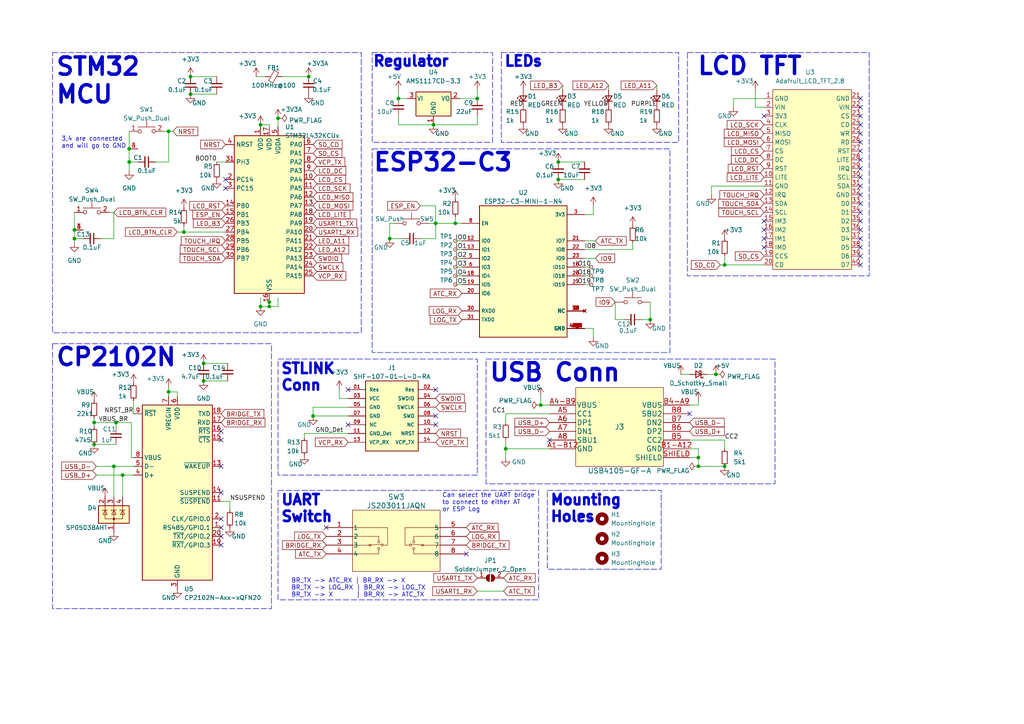
<source format=kicad_sch>
(kicad_sch (version 20230121) (generator eeschema)
  (paper "A4")
  (junction (at 156.845 117.475))
  (junction (at 75.565 36.195))
  (junction (at 80.645 34.29))
  (junction (at 78.105 87.63))
  (junction (at 27.305 128.905))
  (junction (at 202.565 135.255))
  (junction (at 21.59 66.675))
  (junction (at 59.055 105.41))
  (junction (at 126.365 64.77))
  (junction (at 202.565 132.715))
  (junction (at 138.43 28.575))
  (junction (at 59.055 110.49))
  (junction (at 132.08 64.77))
  (junction (at 188.595 92.71))
  (junction (at 33.02 135.255))
  (junction (at 55.245 27.305))
  (junction (at 75.565 88.9))
  (junction (at 161.925 52.07))
  (junction (at 55.245 22.225))
  (junction (at 210.185 135.255))
  (junction (at 21.59 69.215))
  (junction (at 37.465 43.18))
  (junction (at 48.895 38.1))
  (junction (at 161.925 46.99))
  (junction (at 210.185 76.835))
  (junction (at 146.685 130.175))
  (junction (at 115.57 28.575))
  (junction (at 35.56 137.795))
  (junction (at 207.645 108.585))
  (junction (at 48.895 113.665))
  (junction (at 33.655 122.555))
  (junction (at 37.465 46.99))
  (junction (at 89.535 22.225))
  (junction (at 90.805 120.65))
  (junction (at 113.03 69.215))
  (junction (at 125.73 36.195))
  (junction (at 53.34 67.31))
  (junction (at 78.105 88.9))
  (junction (at 27.305 122.555))
  (no_connect (at 100.965 123.19))
  (no_connect (at 64.135 135.255))
  (no_connect (at 249.555 71.755))
  (no_connect (at 249.555 33.655))
  (no_connect (at 249.555 66.675))
  (no_connect (at 249.555 28.575))
  (no_connect (at 221.615 64.135))
  (no_connect (at 94.615 153.035))
  (no_connect (at 64.135 125.095))
  (no_connect (at 249.555 36.195))
  (no_connect (at 249.555 69.215))
  (no_connect (at 100.965 113.03))
  (no_connect (at 249.555 51.435))
  (no_connect (at 64.135 155.575))
  (no_connect (at 64.135 153.035))
  (no_connect (at 135.255 160.655))
  (no_connect (at 159.385 127.635))
  (no_connect (at 249.555 56.515))
  (no_connect (at 64.135 150.495))
  (no_connect (at 249.555 64.135))
  (no_connect (at 249.555 53.975))
  (no_connect (at 221.615 69.215))
  (no_connect (at 200.025 120.015))
  (no_connect (at 64.135 142.875))
  (no_connect (at 249.555 74.295))
  (no_connect (at 249.555 76.835))
  (no_connect (at 249.555 38.735))
  (no_connect (at 64.135 127.635))
  (no_connect (at 221.615 33.655))
  (no_connect (at 221.615 66.675))
  (no_connect (at 249.555 31.115))
  (no_connect (at 249.555 61.595))
  (no_connect (at 249.555 43.815))
  (no_connect (at 249.555 41.275))
  (no_connect (at 126.365 123.19))
  (no_connect (at 221.615 71.755))
  (no_connect (at 249.555 46.355))
  (no_connect (at 64.135 158.115))
  (no_connect (at 249.555 48.895))
  (no_connect (at 65.405 52.07))
  (no_connect (at 65.405 54.61))
  (no_connect (at 126.365 113.03))
  (no_connect (at 249.555 59.055))
  (no_connect (at 126.365 120.65))
  (wire (pts (xy 172.085 95.25) (xy 169.545 95.25)))
  (wire (pts (xy 161.925 52.07) (xy 169.545 52.07)))
  (wire (pts (xy 75.565 36.195) (xy 75.565 36.83)))
  (wire (pts (xy 188.595 87.63) (xy 188.595 92.71)))
  (wire (pts (xy 21.59 69.215) (xy 21.59 70.485)))
  (wire (pts (xy 90.805 120.65) (xy 100.965 120.65)))
  (wire (pts (xy 27.305 121.285) (xy 27.305 122.555)))
  (wire (pts (xy 176.53 24.765) (xy 176.53 26.035)))
  (wire (pts (xy 33.655 122.555) (xy 27.305 122.555)))
  (wire (pts (xy 35.56 137.795) (xy 38.735 137.795)))
  (wire (pts (xy 132.08 82.55) (xy 133.985 82.55)))
  (wire (pts (xy 132.08 72.39) (xy 133.985 72.39)))
  (wire (pts (xy 178.435 87.63) (xy 178.435 92.71)))
  (wire (pts (xy 202.565 116.205) (xy 202.565 117.475)))
  (wire (pts (xy 33.02 61.595) (xy 33.02 69.215)))
  (wire (pts (xy 88.265 125.73) (xy 100.965 125.73)))
  (wire (pts (xy 118.11 28.575) (xy 115.57 28.575)))
  (wire (pts (xy 113.03 69.215) (xy 116.84 69.215)))
  (wire (pts (xy 78.105 87.63) (xy 78.105 88.9)))
  (wire (pts (xy 206.375 53.975) (xy 206.375 56.515)))
  (wire (pts (xy 80.645 34.29) (xy 80.645 36.83)))
  (wire (pts (xy 212.725 28.575) (xy 221.615 28.575)))
  (wire (pts (xy 33.655 122.555) (xy 33.655 123.825)))
  (wire (pts (xy 51.435 67.31) (xy 53.34 67.31)))
  (wire (pts (xy 98.425 113.03) (xy 98.425 115.57)))
  (wire (pts (xy 132.08 69.85) (xy 133.985 69.85)))
  (wire (pts (xy 172.72 74.93) (xy 169.545 74.93)))
  (wire (pts (xy 21.59 69.215) (xy 24.13 69.215)))
  (wire (pts (xy 156.845 114.935) (xy 156.845 117.475)))
  (wire (pts (xy 124.46 64.77) (xy 126.365 64.77)))
  (wire (pts (xy 171.45 82.55) (xy 169.545 82.55)))
  (wire (pts (xy 210.185 76.835) (xy 210.185 74.295)))
  (wire (pts (xy 126.365 64.77) (xy 126.365 69.215)))
  (wire (pts (xy 138.43 26.035) (xy 138.43 28.575)))
  (wire (pts (xy 35.56 137.795) (xy 35.56 144.145)))
  (wire (pts (xy 59.055 110.49) (xy 66.04 110.49)))
  (wire (pts (xy 138.43 33.655) (xy 138.43 36.195)))
  (wire (pts (xy 172.085 97.79) (xy 172.085 95.25)))
  (wire (pts (xy 81.915 22.225) (xy 89.535 22.225)))
  (wire (pts (xy 202.565 130.175) (xy 202.565 132.715)))
  (wire (pts (xy 47.625 38.1) (xy 48.895 38.1)))
  (wire (pts (xy 62.865 46.99) (xy 65.405 46.99)))
  (wire (pts (xy 33.02 135.255) (xy 38.735 135.255)))
  (wire (pts (xy 80.645 86.36) (xy 80.645 88.9)))
  (wire (pts (xy 113.03 64.77) (xy 113.03 69.215)))
  (wire (pts (xy 172.085 59.69) (xy 172.085 62.23)))
  (wire (pts (xy 190.5 24.765) (xy 190.5 26.035)))
  (wire (pts (xy 183.515 70.485) (xy 183.515 72.39)))
  (wire (pts (xy 51.435 113.665) (xy 51.435 114.935)))
  (wire (pts (xy 33.655 122.555) (xy 38.1 122.555)))
  (wire (pts (xy 132.08 64.77) (xy 126.365 64.77)))
  (wire (pts (xy 212.725 31.115) (xy 212.725 28.575)))
  (wire (pts (xy 132.08 77.47) (xy 133.985 77.47)))
  (wire (pts (xy 98.425 115.57) (xy 100.965 115.57)))
  (wire (pts (xy 180.975 92.71) (xy 178.435 92.71)))
  (wire (pts (xy 202.565 132.715) (xy 202.565 135.255)))
  (wire (pts (xy 37.465 38.1) (xy 37.465 43.18)))
  (wire (pts (xy 169.545 72.39) (xy 183.515 72.39)))
  (wire (pts (xy 200.025 127.635) (xy 210.185 127.635)))
  (wire (pts (xy 38.735 116.205) (xy 38.735 120.015)))
  (wire (pts (xy 55.245 22.225) (xy 62.865 22.225)))
  (wire (pts (xy 88.265 127) (xy 88.265 125.73)))
  (wire (pts (xy 80.645 88.9) (xy 78.105 88.9)))
  (wire (pts (xy 90.805 118.11) (xy 100.965 118.11)))
  (wire (pts (xy 74.295 22.225) (xy 76.835 22.225)))
  (wire (pts (xy 114.3 64.77) (xy 113.03 64.77)))
  (wire (pts (xy 38.1 132.715) (xy 38.735 132.715)))
  (wire (pts (xy 38.1 122.555) (xy 38.1 132.715)))
  (wire (pts (xy 121.92 69.215) (xy 126.365 69.215)))
  (wire (pts (xy 115.57 33.655) (xy 115.57 36.195)))
  (wire (pts (xy 78.105 36.195) (xy 75.565 36.195)))
  (wire (pts (xy 78.105 86.36) (xy 78.105 87.63)))
  (wire (pts (xy 210.185 76.835) (xy 221.615 76.835)))
  (wire (pts (xy 205.105 108.585) (xy 207.645 108.585)))
  (wire (pts (xy 37.465 46.99) (xy 40.005 46.99)))
  (wire (pts (xy 186.055 92.71) (xy 188.595 92.71)))
  (wire (pts (xy 132.08 64.77) (xy 133.985 64.77)))
  (wire (pts (xy 161.925 46.99) (xy 169.545 46.99)))
  (wire (pts (xy 48.895 46.99) (xy 48.895 38.1)))
  (wire (pts (xy 221.615 53.975) (xy 206.375 53.975)))
  (wire (pts (xy 138.43 36.195) (xy 125.73 36.195)))
  (wire (pts (xy 27.94 137.795) (xy 35.56 137.795)))
  (wire (pts (xy 55.245 27.305) (xy 62.865 27.305)))
  (wire (pts (xy 115.57 28.575) (xy 115.57 26.035)))
  (wire (pts (xy 208.915 76.835) (xy 210.185 76.835)))
  (wire (pts (xy 59.055 105.41) (xy 66.04 105.41)))
  (wire (pts (xy 126.365 59.69) (xy 126.365 64.77)))
  (wire (pts (xy 163.195 24.765) (xy 163.195 26.035)))
  (wire (pts (xy 146.685 130.175) (xy 146.685 132.715)))
  (wire (pts (xy 172.72 69.85) (xy 169.545 69.85)))
  (wire (pts (xy 202.565 117.475) (xy 200.025 117.475)))
  (wire (pts (xy 202.565 135.255) (xy 210.185 135.255)))
  (wire (pts (xy 138.43 171.45) (xy 146.05 171.45)))
  (wire (pts (xy 37.465 46.99) (xy 37.465 49.53)))
  (wire (pts (xy 31.75 61.595) (xy 33.02 61.595)))
  (wire (pts (xy 48.895 113.665) (xy 51.435 113.665)))
  (wire (pts (xy 29.21 69.215) (xy 33.02 69.215)))
  (wire (pts (xy 146.685 122.555) (xy 146.685 120.015)))
  (wire (pts (xy 202.565 130.175) (xy 200.025 130.175)))
  (wire (pts (xy 66.675 145.415) (xy 64.135 145.415)))
  (wire (pts (xy 66.675 147.955) (xy 66.675 145.415)))
  (wire (pts (xy 78.105 36.195) (xy 78.105 36.83)))
  (wire (pts (xy 197.485 108.585) (xy 200.025 108.585)))
  (wire (pts (xy 132.08 74.93) (xy 133.985 74.93)))
  (wire (pts (xy 37.465 43.18) (xy 37.465 46.99)))
  (wire (pts (xy 146.685 130.175) (xy 159.385 130.175)))
  (wire (pts (xy 132.08 62.865) (xy 132.08 64.77)))
  (wire (pts (xy 21.59 61.595) (xy 21.59 66.675)))
  (wire (pts (xy 172.085 62.23) (xy 169.545 62.23)))
  (wire (pts (xy 48.895 112.395) (xy 48.895 113.665)))
  (wire (pts (xy 48.895 113.665) (xy 48.895 114.935)))
  (wire (pts (xy 219.075 26.035) (xy 219.075 31.115)))
  (wire (pts (xy 21.59 66.675) (xy 21.59 69.215)))
  (wire (pts (xy 146.685 127.635) (xy 146.685 130.175)))
  (wire (pts (xy 200.025 132.715) (xy 202.565 132.715)))
  (wire (pts (xy 115.57 36.195) (xy 125.73 36.195)))
  (wire (pts (xy 75.565 86.36) (xy 75.565 88.9)))
  (wire (pts (xy 45.085 46.99) (xy 48.895 46.99)))
  (wire (pts (xy 146.685 120.015) (xy 159.385 120.015)))
  (wire (pts (xy 156.845 117.475) (xy 159.385 117.475)))
  (wire (pts (xy 27.94 135.255) (xy 33.02 135.255)))
  (wire (pts (xy 78.105 88.9) (xy 75.565 88.9)))
  (wire (pts (xy 126.365 59.69) (xy 121.92 59.69)))
  (wire (pts (xy 171.45 77.47) (xy 169.545 77.47)))
  (wire (pts (xy 27.305 122.555) (xy 27.305 123.825)))
  (wire (pts (xy 210.185 127.635) (xy 210.185 130.175)))
  (wire (pts (xy 132.08 80.01) (xy 133.985 80.01)))
  (wire (pts (xy 33.02 135.255) (xy 33.02 144.145)))
  (wire (pts (xy 48.895 38.1) (xy 50.165 38.1)))
  (wire (pts (xy 53.34 67.31) (xy 65.405 67.31)))
  (wire (pts (xy 219.075 31.115) (xy 221.615 31.115)))
  (wire (pts (xy 27.305 128.905) (xy 33.655 128.905)))
  (wire (pts (xy 53.34 65.405) (xy 53.34 67.31)))
  (wire (pts (xy 171.45 80.01) (xy 169.545 80.01)))
  (wire (pts (xy 133.35 28.575) (xy 138.43 28.575)))
  (wire (pts (xy 90.805 120.65) (xy 90.805 118.11)))
  (rectangle (start 107.95 43.18) (end 194.31 102.235) (stroke (width 0) (type dash)))
  (rectangle (start 80.645 142.24) (end 156.21 173.99) (stroke (width 0) (type dash)))
  (rectangle (start 145.415 15.24) (end 196.85 41.275) (stroke (width 0) (type dash)))
  (rectangle (start 15.24 99.695) (end 78.74 176.53) (stroke (width 0) (type dash)))
  (rectangle (start 199.39 15.24) (end 252.095 80.01) (stroke (width 0) (type dash)))
  (rectangle (start 107.95 15.24) (end 142.875 41.275) (stroke (width 0) (type dash)))
  (rectangle (start 158.75 142.24) (end 191.77 165.1) (stroke (width 0) (type dash)))
  (rectangle (start 15.24 15.24) (end 104.775 96.52) (stroke (width 0) (type dash)))
  (rectangle (start 140.97 104.14) (end 224.79 140.335) (stroke (width 0) (type dash)))
  (rectangle (start 80.645 104.14) (end 138.43 137.795) (stroke (width 0) (type dash)))
  (text "STLINK\nConn" (at 81.28 113.665 0) (effects (font (size 3 3) (thickness 1) bold) (justify left bottom)))
  (text "LEDs" (at 146.05 19.685 0) (effects (font (size 3 3) (thickness 1) bold) (justify left bottom)))
  (text "UART\nSwitch" (at 81.28 151.765 0) (effects (font (size 3 3) (thickness 1) bold) (justify left bottom)))
  (text "STM32\nMCU" (at 15.875 30.48 0) (effects (font (size 5 5) (thickness 1) bold) (justify left bottom)))
  (text "BR_TX -> ATC_RX | BR_RX -> X\nBR_TX -> LOG_RX | BR_RX -> LOG_TX\nBR_TX -> X       | BR_RX -> ATC_TX" (at 84.455 173.355 0) (effects (font (size 1.27 1.27)) (justify left bottom)))
  (text "CP2102N" (at 15.875 106.68 0) (effects (font (size 5 5) (thickness 1) bold) (justify left bottom)))
  (text "Regulator" (at 107.95 19.685 0) (effects (font (size 3 3) (thickness 1) bold) (justify left bottom)))
  (text "ESP32-C3" (at 107.95 50.165 0) (effects (font (size 5 5) (thickness 1) bold) (justify left bottom)))
  (text "LCD TFT" (at 201.93 22.225 0) (effects (font (size 5 5) (thickness 1) bold) (justify left bottom)))
  (text "Can select the UART bridge \nto connect to either AT \nor ESP Log" (at 128.27 148.59 0) (effects (font (size 1.27 1.27)) (justify left bottom)))
  (text "Mounting\nHoles" (at 159.385 151.765 0) (effects (font (size 3 3) (thickness 1) bold) (justify left bottom)))
  (text "USB Conn" (at 141.605 111.125 0) (effects (font (size 5 5) (thickness 1) bold) (justify left bottom)))
  (text "3,4 are connected \nand will go to GND" (at 17.78 43.18 0) (effects (font (size 1.27 1.27)) (justify left bottom)))
  (label "IO2" (at 132.08 74.93 0))
  (label "YELLOW" (at 176.53 31.115 180))
  (label "IO8" (at 169.545 72.39 0))
  (label "NSUSPEND" (at 66.675 145.415 0))
  (label "IO19" (at 171.45 82.55 180))
  (label "GREEN" (at 163.195 31.115 180))
  (label "VBUS_BR" (at 28.575 122.555 0))
  (label "CC2" (at 210.185 127.635 0))
  (label "GND_Det" (at 91.44 125.73 0))
  (label "IO18" (at 171.45 80.01 180))
  (label "PURPLE" (at 190.5 31.115 180))
  (label "IO5" (at 132.08 82.55 0))
  (label "IO0" (at 132.08 69.85 0))
  (label "BOOT0" (at 62.865 46.99 180))
  (label "CC1" (at 146.685 120.015 180))
  (label "IO4" (at 132.08 80.01 0))
  (label "IO10" (at 171.45 77.47 180))
  (label "RED" (at 151.765 31.115 180))
  (label "IO1" (at 132.08 72.39 0))
  (label "IO3" (at 132.08 77.47 0))
  (label "NRST_BR" (at 38.735 120.015 180))
  (global_label "LOG_RX" (shape input) (at 133.985 90.17 180) (property "Intersheetrefs" "${INTERSHEET_REFS}" (effects hide)))
  (global_label "BRIDGE_RX" (shape input) (at 94.615 158.115 180) (property "Intersheetrefs" "${INTERSHEET_REFS}" (effects hide)))
  (global_label "USART1_RX" (shape input) (at 138.43 171.45 180) (property "Intersheetrefs" "${INTERSHEET_REFS}" (effects hide)))
  (global_label "VCP_RX" (shape input) (at 100.965 128.27 180) (property "Intersheetrefs" "${INTERSHEET_REFS}" (effects hide)))
  (global_label "USB_D-" (shape input) (at 27.94 135.255 180) (property "Intersheetrefs" "${INTERSHEET_REFS}" (effects hide)))
  (global_label "LCD_DC" (shape input) (at 221.615 46.355 180) (property "Intersheetrefs" "${INTERSHEET_REFS}" (effects hide)))
  (global_label "LCD_MISO" (shape input) (at 90.805 57.15 0) (property "Intersheetrefs" "${INTERSHEET_REFS}" (effects hide)))
  (global_label "LCD_RST" (shape input) (at 65.405 59.69 180) (property "Intersheetrefs" "${INTERSHEET_REFS}" (effects hide)))
  (global_label "ATC_RX" (shape input) (at 135.255 153.035 0) (property "Intersheetrefs" "${INTERSHEET_REFS}" (effects hide)))
  (global_label "NRST" (shape input) (at 126.365 125.73 0) (property "Intersheetrefs" "${INTERSHEET_REFS}" (effects hide)))
  (global_label "TOUCH_SDA" (shape input) (at 65.405 74.93 180) (property "Intersheetrefs" "${INTERSHEET_REFS}" (effects hide)))
  (global_label "TOUCH_SCL" (shape input) (at 221.615 61.595 180) (property "Intersheetrefs" "${INTERSHEET_REFS}" (effects hide)))
  (global_label "USB_D-" (shape input) (at 159.385 125.095 180) (property "Intersheetrefs" "${INTERSHEET_REFS}" (effects hide)))
  (global_label "LCD_MOSI" (shape input) (at 90.805 59.69 0) (property "Intersheetrefs" "${INTERSHEET_REFS}" (effects hide)))
  (global_label "VCP_TX" (shape input) (at 126.365 128.27 0) (property "Intersheetrefs" "${INTERSHEET_REFS}" (effects hide)))
  (global_label "ESP_EN" (shape input) (at 65.405 62.23 180) (property "Intersheetrefs" "${INTERSHEET_REFS}" (effects hide)))
  (global_label "LCD_SCK" (shape input) (at 90.805 54.61 0) (property "Intersheetrefs" "${INTERSHEET_REFS}" (effects hide)))
  (global_label "IO9" (shape input) (at 172.72 74.93 0) (property "Intersheetrefs" "${INTERSHEET_REFS}" (effects hide)))
  (global_label "SWCLK" (shape input) (at 126.365 118.11 0) (property "Intersheetrefs" "${INTERSHEET_REFS}" (effects hide)))
  (global_label "LCD_MOSI" (shape input) (at 221.615 41.275 180) (property "Intersheetrefs" "${INTERSHEET_REFS}" (effects hide)))
  (global_label "TOUCH_IRQ" (shape input) (at 65.405 69.85 180) (property "Intersheetrefs" "${INTERSHEET_REFS}" (effects hide)))
  (global_label "LED_A11" (shape input) (at 90.805 69.85 0) (property "Intersheetrefs" "${INTERSHEET_REFS}" (effects hide)))
  (global_label "SWDIO" (shape input) (at 90.805 74.93 0) (property "Intersheetrefs" "${INTERSHEET_REFS}" (effects hide)))
  (global_label "TOUCH_SCL" (shape input) (at 65.405 72.39 180) (property "Intersheetrefs" "${INTERSHEET_REFS}" (effects hide)))
  (global_label "SD_CD" (shape input) (at 90.805 41.91 0) (property "Intersheetrefs" "${INTERSHEET_REFS}" (effects hide)))
  (global_label "SD_CS" (shape input) (at 221.615 74.295 180) (property "Intersheetrefs" "${INTERSHEET_REFS}" (effects hide)))
  (global_label "NRST" (shape input) (at 65.405 41.91 180) (property "Intersheetrefs" "${INTERSHEET_REFS}" (effects hide)))
  (global_label "ATC_TX" (shape input) (at 146.05 171.45 0) (property "Intersheetrefs" "${INTERSHEET_REFS}" (effects hide)))
  (global_label "LCD_BTN_CLR" (shape input) (at 33.02 61.595 0) (property "Intersheetrefs" "${INTERSHEET_REFS}" (effects hide)))
  (global_label "LED_A12" (shape input) (at 90.805 72.39 0) (property "Intersheetrefs" "${INTERSHEET_REFS}" (effects hide)))
  (global_label "BRIDGE_RX" (shape input) (at 64.135 122.555 0) (property "Intersheetrefs" "${INTERSHEET_REFS}" (effects hide)))
  (global_label "LOG_TX" (shape input) (at 94.615 155.575 180) (property "Intersheetrefs" "${INTERSHEET_REFS}" (effects hide)))
  (global_label "ATC_TX" (shape input) (at 94.615 160.655 180) (property "Intersheetrefs" "${INTERSHEET_REFS}" (effects hide)))
  (global_label "LOG_RX" (shape input) (at 135.255 155.575 0) (property "Intersheetrefs" "${INTERSHEET_REFS}" (effects hide)))
  (global_label "LCD_CS" (shape input) (at 90.805 52.07 0) (property "Intersheetrefs" "${INTERSHEET_REFS}" (effects hide)))
  (global_label "LCD_LITE" (shape input) (at 221.615 51.435 180) (property "Intersheetrefs" "${INTERSHEET_REFS}" (effects hide)))
  (global_label "VCP_RX" (shape input) (at 90.805 80.01 0) (property "Intersheetrefs" "${INTERSHEET_REFS}" (effects hide)))
  (global_label "USB_D+" (shape input) (at 200.025 125.095 0) (property "Intersheetrefs" "${INTERSHEET_REFS}" (effects hide)))
  (global_label "USART1_TX" (shape input) (at 90.805 64.77 0) (property "Intersheetrefs" "${INTERSHEET_REFS}" (effects hide)))
  (global_label "LCD_DC" (shape input) (at 90.805 49.53 0) (property "Intersheetrefs" "${INTERSHEET_REFS}" (effects hide)))
  (global_label "SD_CS" (shape input) (at 90.805 44.45 0) (property "Intersheetrefs" "${INTERSHEET_REFS}" (effects hide)))
  (global_label "SWDIO" (shape input) (at 126.365 115.57 0) (property "Intersheetrefs" "${INTERSHEET_REFS}" (effects hide)))
  (global_label "LCD_BTN_CLR" (shape input) (at 51.435 67.31 180) (property "Intersheetrefs" "${INTERSHEET_REFS}" (effects hide)))
  (global_label "LED_A11" (shape input) (at 190.5 24.765 180) (property "Intersheetrefs" "${INTERSHEET_REFS}" (effects hide)))
  (global_label "SWCLK" (shape input) (at 90.805 77.47 0) (property "Intersheetrefs" "${INTERSHEET_REFS}" (effects hide)))
  (global_label "LOG_TX" (shape input) (at 133.985 92.71 180) (property "Intersheetrefs" "${INTERSHEET_REFS}" (effects hide)))
  (global_label "USART1_TX" (shape input) (at 138.43 167.64 180) (property "Intersheetrefs" "${INTERSHEET_REFS}" (effects hide)))
  (global_label "ATC_RX" (shape input) (at 146.05 167.64 0) (property "Intersheetrefs" "${INTERSHEET_REFS}" (effects hide)))
  (global_label "LCD_SCK" (shape input) (at 221.615 36.195 180) (property "Intersheetrefs" "${INTERSHEET_REFS}" (effects hide)))
  (global_label "LCD_MISO" (shape input) (at 221.615 38.735 180) (property "Intersheetrefs" "${INTERSHEET_REFS}" (effects hide)))
  (global_label "IO9" (shape input) (at 178.435 87.63 180) (property "Intersheetrefs" "${INTERSHEET_REFS}" (effects hide)))
  (global_label "NRST" (shape input) (at 50.165 38.1 0) (property "Intersheetrefs" "${INTERSHEET_REFS}" (effects hide)))
  (global_label "LED_B3" (shape input) (at 65.405 64.77 180) (property "Intersheetrefs" "${INTERSHEET_REFS}" (effects hide)))
  (global_label "BRIDGE_TX" (shape input) (at 135.255 158.115 0) (property "Intersheetrefs" "${INTERSHEET_REFS}" (effects hide)))
  (global_label "LCD_LITE" (shape input) (at 90.805 62.23 0) (property "Intersheetrefs" "${INTERSHEET_REFS}" (effects hide)))
  (global_label "VCP_TX" (shape input) (at 90.805 46.99 0) (property "Intersheetrefs" "${INTERSHEET_REFS}" (effects hide)))
  (global_label "ATC_TX" (shape input) (at 172.72 69.85 0) (property "Intersheetrefs" "${INTERSHEET_REFS}" (effects hide)))
  (global_label "LED_B3" (shape input) (at 163.195 24.765 180) (property "Intersheetrefs" "${INTERSHEET_REFS}" (effects hide)))
  (global_label "SD_CD" (shape input) (at 208.915 76.835 180) (property "Intersheetrefs" "${INTERSHEET_REFS}" (effects hide)))
  (global_label "USB_D-" (shape input) (at 200.025 122.555 0) (property "Intersheetrefs" "${INTERSHEET_REFS}" (effects hide)))
  (global_label "USART1_RX" (shape input) (at 90.805 67.31 0) (property "Intersheetrefs" "${INTERSHEET_REFS}" (effects hide)))
  (global_label "USB_D+" (shape input) (at 159.385 122.555 180) (property "Intersheetrefs" "${INTERSHEET_REFS}" (effects hide)))
  (global_label "USB_D+" (shape input) (at 27.94 137.795 180) (property "Intersheetrefs" "${INTERSHEET_REFS}" (effects hide)))
  (global_label "LCD_CS" (shape input) (at 221.615 43.815 180) (property "Intersheetrefs" "${INTERSHEET_REFS}" (effects hide)))
  (global_label "ESP_EN" (shape input) (at 121.92 59.69 180) (property "Intersheetrefs" "${INTERSHEET_REFS}" (effects hide)))
  (global_label "TOUCH_IRQ" (shape input) (at 221.615 56.515 180) (property "Intersheetrefs" "${INTERSHEET_REFS}" (effects hide)))
  (global_label "TOUCH_SDA" (shape input) (at 221.615 59.055 180) (property "Intersheetrefs" "${INTERSHEET_REFS}" (effects hide)))
  (global_label "LCD_RST" (shape input) (at 221.615 48.895 180) (property "Intersheetrefs" "${INTERSHEET_REFS}" (effects hide)))
  (global_label "LED_A12" (shape input) (at 176.53 24.765 180) (property "Intersheetrefs" "${INTERSHEET_REFS}" (effects hide)))
  (global_label "BRIDGE_TX" (shape input) (at 64.135 120.015 0) (property "Intersheetrefs" "${INTERSHEET_REFS}" (effects hide)))
  (global_label "ATC_RX" (shape input) (at 133.985 85.09 180) (property "Intersheetrefs" "${INTERSHEET_REFS}" (effects hide)))
  (symbol (lib_id "Mechanical:MountingHole") (at 174.625 161.925 0) (unit 1)
    (property "Reference" "H3" (at 177.165 160.6549 0) (effects (justify left)))
    (property "Value" "MountingHole" (at 177.165 163.1949 0) (effects (justify left)))
    (property "Footprint" "MountingHole:MountingHole_2.2mm_M2" (effects hide))
  )
  (symbol (lib_id "Device:C_Small") (at 59.055 107.95 180) (unit 1)
    (property "Reference" "C10" (at 56.515 106.68 0))
    (property "Value" "4.7uF" (at 55.245 109.22 0))
    (property "Footprint" "Capacitor_SMD:C_0603_1608Metric" (effects hide))
  )
  (symbol (lib_id "JPW_Symbols:USB4105-GF-A") (at 179.705 123.825 0) (unit 1)
    (property "Reference" "J3" (at 179.705 123.825 0) (effects (font (size 1.524 1.524))))
    (property "Value" "USB4105-GF-A" (at 179.705 136.525 0) (effects (font (size 1.524 1.524))))
    (property "Footprint" "MyConnectors:GCT_USB4105-GF-A" (effects hide))
  )
  (symbol (lib_id "Connector:TestPoint_Small") (at 132.08 77.47 0) (unit 1)
    (property "Reference" "TP4" (at 127.635 76.2 0) (effects (justify left)))
    (property "Value" "TP" (effects hide))
    (property "Footprint" "TestPoint:TestPoint_Pad_D1.0mm" (effects hide))
  )
  (symbol (lib_id "power:GND") (at 176.53 36.195 0) (unit 1)
    (property "Reference" "#PWR024" (effects hide))
    (property "Value" "GND" (at 179.07 38.735 0))
  )
  (symbol (lib_id "power:+3V3") (at 74.295 22.225 0) (unit 1)
    (property "Reference" "#PWR0118" (effects hide))
    (property "Value" "+3V3" (at 71.755 18.415 0))
  )
  (symbol (lib_id "power:GND") (at 210.185 135.255 0) (unit 1)
    (property "Reference" "#PWR0130" (effects hide))
    (property "Value" "GND" (at 212.725 137.795 0))
  )
  (symbol (lib_id "Device:R_Small") (at 146.685 125.095 0) (unit 1)
    (property "Reference" "R3" (at 142.875 123.825 0) (effects (justify left)))
    (property "Value" "5k1" (at 141.605 126.365 0) (effects (justify left)))
    (property "Footprint" "Resistor_SMD:R_0603_1608Metric" (effects hide))
  )
  (symbol (lib_id "power:GND") (at 188.595 92.71 0) (unit 1)
    (property "Reference" "#PWR017" (effects hide))
    (property "Value" "GND" (at 191.135 95.25 0))
  )
  (symbol (lib_id "power:GND") (at 161.925 52.07 0) (unit 1)
    (property "Reference" "#PWR0125" (effects hide))
    (property "Value" "GND" (at 164.465 54.61 0))
  )
  (symbol (lib_id "power:GND") (at 190.5 36.195 0) (unit 1)
    (property "Reference" "#PWR025" (effects hide))
    (property "Value" "GND" (at 193.04 38.735 0))
  )
  (symbol (lib_id "power:+3V3") (at 75.565 36.195 0) (unit 1)
    (property "Reference" "#PWR0106" (effects hide))
    (property "Value" "+3V3" (at 71.755 33.655 0))
  )
  (symbol (lib_id "Device:LED_Small") (at 163.195 28.575 90) (unit 1)
    (property "Reference" "D3" (at 164.465 27.94 90) (effects (justify right)))
    (property "Value" "RED" (at 164.465 30.48 90) (effects (justify right)))
    (property "Footprint" "LED_THT:LED_D5.0mm_Horizontal_O1.27mm_Z3.0mm" (effects hide))
  )
  (symbol (lib_id "power:GND") (at 75.565 88.9 0) (unit 1)
    (property "Reference" "#PWR0105" (effects hide))
    (property "Value" "GND" (at 75.565 93.98 0))
  )
  (symbol (lib_id "Device:R_Small") (at 53.34 62.865 0) (unit 1)
    (property "Reference" "R14" (at 48.895 61.595 0) (effects (justify left)))
    (property "Value" "5k" (at 50.165 64.135 0) (effects (justify left)))
    (property "Footprint" "Resistor_SMD:R_0603_1608Metric" (effects hide))
  )
  (symbol (lib_id "Switch:SW_Push_34_GND") (at 26.67 61.595 0) (unit 1)
    (property "Reference" "SW4" (at 26.67 55.245 0))
    (property "Value" "SW_Push_Dual" (at 26.67 57.785 0))
    (property "Footprint" "JPW_Footprints:Switch_1825027-5" (effects hide))
  )
  (symbol (lib_id "Device:R_Small") (at 210.185 132.715 0) (unit 1)
    (property "Reference" "R4" (at 212.725 131.4449 0) (effects (justify left)))
    (property "Value" "5k1" (at 212.725 133.9849 0) (effects (justify left)))
    (property "Footprint" "Resistor_SMD:R_0603_1608Metric" (effects hide))
  )
  (symbol (lib_id "Device:C_Small") (at 26.67 69.215 270) (unit 1)
    (property "Reference" "C13" (at 24.13 67.945 90))
    (property "Value" "0.1uF" (at 26.67 71.755 90))
    (property "Footprint" "Capacitor_SMD:C_0603_1608Metric" (effects hide))
  )
  (symbol (lib_id "My_Power:+3V3A") (at 89.535 22.225 0) (unit 1)
    (property "Reference" "#PWR0117" (effects hide))
    (property "Value" "+3V3A" (at 92.075 18.415 0))
  )
  (symbol (lib_id "power:VBUS") (at 156.845 114.935 0) (unit 1)
    (property "Reference" "#PWR0132" (effects hide))
    (property "Value" "VBUS" (at 154.305 112.395 0))
  )
  (symbol (lib_id "Device:FerriteBead_Small") (at 79.375 22.225 90) (unit 1)
    (property "Reference" "FB1" (at 79.375 19.685 90))
    (property "Value" "100MHz@100" (at 79.375 24.765 90))
    (property "Footprint" "Capacitor_SMD:C_0603_1608Metric" (effects hide))
  )
  (symbol (lib_id "Switch:JS203011JAQN") (at 114.935 156.845 0) (unit 1)
    (property "Reference" "SW3" (at 114.935 144.145 0) (effects (font (size 1.524 1.524))))
    (property "Value" "JS203011JAQN" (at 114.935 146.685 0) (effects (font (size 1.524 1.524))))
    (property "Footprint" "JPW_Footprints:SW8_JS203011JAQN_CNK" (effects hide))
    (property "Datasheet" "JS203011JAQN" (effects hide))
  )
  (symbol (lib_id "power:GND") (at 62.865 52.07 0) (unit 1)
    (property "Reference" "#PWR01" (effects hide))
    (property "Value" "GND" (at 60.325 54.61 0))
  )
  (symbol (lib_id "power:+5V") (at 207.645 108.585 0) (unit 1)
    (property "Reference" "#PWR012" (effects hide))
    (property "Value" "+5V" (at 209.55 106.045 0))
  )
  (symbol (lib_id "Jumper:SolderJumper_2_Open") (at 142.24 167.64 0) (unit 1)
    (property "Reference" "JP1" (at 142.24 162.56 0))
    (property "Value" "SolderJumper_2_Open" (at 142.24 165.1 0))
    (property "Footprint" "Connector_PinHeader_2.54mm:PinHeader_1x02_P2.54mm_Vertical" (effects hide))
  )
  (symbol (lib_id "power:PWR_FLAG") (at 80.645 34.29 270) (unit 1)
    (property "Reference" "#FLG04" (effects hide))
    (property "Value" "PWR_FLAG" (at 83.82 34.925 90) (effects (justify left)))
  )
  (symbol (lib_id "power:VBUS") (at 30.48 144.145 0) (unit 1)
    (property "Reference" "#PWR023" (effects hide))
    (property "Value" "VBUS" (at 27.94 141.605 0))
  )
  (symbol (lib_id "power:GND") (at 66.675 153.035 0) (unit 1)
    (property "Reference" "#PWR08" (effects hide))
    (property "Value" "GND" (at 69.215 155.575 0))
  )
  (symbol (lib_id "power:+3V3") (at 55.245 22.225 0) (unit 1)
    (property "Reference" "#PWR0114" (effects hide))
    (property "Value" "+3V3" (at 55.245 17.145 0))
  )
  (symbol (lib_id "Connector:TestPoint_Small") (at 132.08 69.85 0) (unit 1)
    (property "Reference" "TP1" (at 127.635 68.58 0) (effects (justify left)))
    (property "Value" "TP" (effects hide))
    (property "Footprint" "TestPoint:TestPoint_Pad_D1.0mm" (effects hide))
  )
  (symbol (lib_id "power:PWR_FLAG") (at 202.565 135.255 90) (unit 1)
    (property "Reference" "#FLG03" (effects hide))
    (property "Value" "PWR_FLAG" (at 200.025 136.525 90) (effects (justify left)))
  )
  (symbol (lib_id "power:VBUS") (at 27.305 116.205 0) (unit 1)
    (property "Reference" "#PWR010" (effects hide))
    (property "Value" "VBUS" (at 24.765 113.665 0))
  )
  (symbol (lib_id "Power_Protection:SP0503BAHT") (at 33.02 149.225 0) (unit 1)
    (property "Reference" "D4" (at 25.4 147.32 0) (effects (justify left)))
    (property "Value" "SP0503BAHT" (at 19.05 153.035 0) (effects (justify left)))
    (property "Footprint" "Package_TO_SOT_SMD:SOT-143" (effects hide))
    (property "Datasheet" "http://www.littelfuse.com/~/media/files/littelfuse/technical%20resources/documents/data%20sheets/sp05xxba.pdf" (effects hide))
  )
  (symbol (lib_id "power:GND") (at 89.535 27.305 0) (unit 1)
    (property "Reference" "#PWR0116" (effects hide))
    (property "Value" "GND" (at 92.075 29.845 0))
  )
  (symbol (lib_id "Device:C_Small") (at 66.04 107.95 180) (unit 1)
    (property "Reference" "C14" (at 63.5 106.68 0))
    (property "Value" "0.1uF" (at 62.23 109.22 0))
    (property "Footprint" "Capacitor_SMD:C_0603_1608Metric" (effects hide))
  )
  (symbol (lib_id "Device:R_Small") (at 62.865 49.53 0) (unit 1)
    (property "Reference" "R5" (at 59.055 48.26 0) (effects (justify left)))
    (property "Value" "10k" (at 57.785 50.8 0) (effects (justify left)))
    (property "Footprint" "Resistor_SMD:R_0603_1608Metric" (effects hide))
  )
  (symbol (lib_id "Device:C_Small") (at 161.925 49.53 180) (unit 1)
    (property "Reference" "C6" (at 159.385 48.26 0))
    (property "Value" "0.1uF" (at 158.115 50.8 0))
    (property "Footprint" "Capacitor_SMD:C_0603_1608Metric" (effects hide))
  )
  (symbol (lib_id "Device:R_Small") (at 210.185 71.755 0) (unit 1)
    (property "Reference" "R1" (at 206.375 70.485 0) (effects (justify left)))
    (property "Value" "10k" (at 205.105 73.025 0) (effects (justify left)))
    (property "Footprint" "Resistor_SMD:R_0603_1608Metric" (effects hide))
  )
  (symbol (lib_id "Device:R_Small") (at 38.735 113.665 0) (unit 1)
    (property "Reference" "R12" (at 34.29 112.395 0) (effects (justify left)))
    (property "Value" "1k" (at 34.29 114.935 0) (effects (justify left)))
    (property "Footprint" "Resistor_SMD:R_0603_1608Metric" (effects hide))
  )
  (symbol (lib_id "JPW_Symbols:ESP32-C3-MINI-1") (at 151.765 78.74 0) (unit 1)
    (property "Reference" "U2" (at 151.765 55.88 0))
    (property "Value" "ESP32-C3-MINI-1-N4" (at 151.765 58.42 0))
    (property "Footprint" "JPW_Footprints:XCVR_ESP32-C3-MINI-1-N4" (effects hide))
    (property "MANUFACTURER" "Espressif Systems" (effects hide))
    (property "STANDARD" "Manufacturer Recommendations" (effects hide))
    (property "MAXIMUM_PACKAGE_HEIGHT" "2.55mm" (effects hide))
    (property "PARTREV" "v1.0" (effects hide))
  )
  (symbol (lib_id "power:GND") (at 51.435 170.815 0) (unit 1)
    (property "Reference" "#PWR09" (effects hide))
    (property "Value" "GND" (at 48.895 173.355 0))
  )
  (symbol (lib_id "Device:D_Schottky_Small") (at 202.565 108.585 180) (unit 1)
    (property "Reference" "D2" (at 202.565 106.045 0))
    (property "Value" "D_Schottky_Small" (at 202.565 111.125 0))
    (property "Footprint" "Diode_SMD:D_0603_1608Metric" (effects hide))
  )
  (symbol (lib_id "Device:C_Small") (at 89.535 24.765 180) (unit 1)
    (property "Reference" "C4" (at 92.075 23.495 0))
    (property "Value" "0.1uF" (at 93.345 26.035 0))
    (property "Footprint" "Capacitor_SMD:C_0603_1608Metric" (effects hide))
  )
  (symbol (lib_id "Connector:TestPoint_Small") (at 171.45 80.01 180) (unit 1)
    (property "Reference" "TP8" (at 175.26 81.28 0) (effects (justify left)))
    (property "Value" "TP" (effects hide))
    (property "Footprint" "TestPoint:TestPoint_Pad_D1.0mm" (effects hide))
  )
  (symbol (lib_id "power:+3V3") (at 138.43 26.035 0) (unit 1)
    (property "Reference" "#PWR0108" (effects hide))
    (property "Value" "+3V3" (at 138.43 22.225 0))
  )
  (symbol (lib_id "power:+3V3") (at 161.925 46.99 0) (unit 1)
    (property "Reference" "#PWR0126" (effects hide))
    (property "Value" "+3V3" (at 158.75 44.45 0))
  )
  (symbol (lib_id "power:GND") (at 151.765 36.195 0) (unit 1)
    (property "Reference" "#PWR020" (effects hide))
    (property "Value" "GND" (at 154.305 38.735 0))
  )
  (symbol (lib_id "My_Power:+3V3A") (at 80.645 34.29 0) (unit 1)
    (property "Reference" "#PWR0133" (effects hide))
    (property "Value" "+3V3A" (at 84.455 31.75 0))
  )
  (symbol (lib_id "power:+3V3") (at 172.085 59.69 0) (unit 1)
    (property "Reference" "#PWR0101" (effects hide))
    (property "Value" "+3V3" (at 172.085 54.61 0))
  )
  (symbol (lib_id "Device:C_Small") (at 33.655 126.365 180) (unit 1)
    (property "Reference" "C11" (at 31.75 124.46 0))
    (property "Value" "1uF" (at 31.115 127.635 0))
    (property "Footprint" "Capacitor_SMD:C_0603_1608Metric" (effects hide))
  )
  (symbol (lib_id "Switch:SW_Push") (at 183.515 87.63 0) (unit 1)
    (property "Reference" "SW2" (at 183.515 81.28 0))
    (property "Value" "SW_Push_Dual" (at 183.515 83.82 0))
    (property "Footprint" "Button_Switch_SMD:SW_SPST_B3U-1000P" (effects hide))
  )
  (symbol (lib_id "power:GND") (at 21.59 70.485 0) (unit 1)
    (property "Reference" "#PWR018" (effects hide))
    (property "Value" "GND" (at 21.59 75.565 0))
  )
  (symbol (lib_id "Device:R_Small") (at 27.305 126.365 0) (unit 1)
    (property "Reference" "R10" (at 22.86 125.095 0) (effects (justify left)))
    (property "Value" "47k5" (at 21.59 127.635 0) (effects (justify left)))
    (property "Footprint" "Resistor_SMD:R_0603_1608Metric" (effects hide))
  )
  (symbol (lib_id "power:+3V3") (at 183.515 65.405 0) (unit 1)
    (property "Reference" "#PWR03" (effects hide))
    (property "Value" "+3V3" (at 183.515 60.325 0))
  )
  (symbol (lib_id "power:+3V3") (at 98.425 113.03 0) (unit 1)
    (property "Reference" "#PWR014" (effects hide))
    (property "Value" "+3V3" (at 98.425 107.95 0))
  )
  (symbol (lib_id "power:+3V3") (at 48.895 112.395 0) (unit 1)
    (property "Reference" "#PWR04" (effects hide))
    (property "Value" "+3V3" (at 45.085 109.855 0))
  )
  (symbol (lib_id "Device:LED_Small") (at 151.765 28.575 90) (unit 1)
    (property "Reference" "D1" (at 153.035 27.94 90) (effects (justify right)))
    (property "Value" "RED" (at 153.035 30.48 90) (effects (justify right)))
    (property "Footprint" "LED_THT:LED_D5.0mm_Horizontal_O1.27mm_Z3.0mm" (effects hide))
  )
  (symbol (lib_id "power:GND") (at 90.805 120.65 0) (unit 1)
    (property "Reference" "#PWR015" (effects hide))
    (property "Value" "GND" (at 88.265 123.19 0))
  )
  (symbol (lib_id "power:GND") (at 59.055 110.49 0) (unit 1)
    (property "Reference" "#PWR06" (effects hide))
    (property "Value" "GND" (at 59.055 115.57 0))
  )
  (symbol (lib_id "Device:C_Small") (at 119.38 69.215 270) (unit 1)
    (property "Reference" "C5" (at 117.475 70.485 90))
    (property "Value" "1uF" (at 121.92 70.485 90))
    (property "Footprint" "Capacitor_SMD:C_0603_1608Metric" (effects hide))
  )
  (symbol (lib_id "Connector:TestPoint_Small") (at 171.45 77.47 180) (unit 1)
    (property "Reference" "TP9" (at 175.26 78.74 0) (effects (justify left)))
    (property "Value" "TP" (effects hide))
    (property "Footprint" "TestPoint:TestPoint_Pad_D1.0mm" (effects hide))
  )
  (symbol (lib_id "Regulator_Linear:AMS1117CD-3.3") (at 125.73 28.575 0) (unit 1)
    (property "Reference" "U4" (at 125.73 20.955 0))
    (property "Value" "AMS1117CD-3.3" (at 125.73 23.495 0))
    (property "Footprint" "Package_TO_SOT_SMD:TO-252-2" (effects hide))
    (property "Datasheet" "http://www.advanced-monolithic.com/pdf/ds1117.pdf" (effects hide))
  )
  (symbol (lib_id "Switch:SW_Push_34_GND") (at 42.545 38.1 0) (unit 1)
    (property "Reference" "SW1" (at 42.545 31.75 0))
    (property "Value" "SW_Push_Dual" (at 42.545 34.29 0))
    (property "Footprint" "JPW_Footprints:Switch_1825027-5" (effects hide))
  )
  (symbol (lib_id "power:VBUS") (at 197.485 108.585 0) (unit 1)
    (property "Reference" "#PWR011" (effects hide))
    (property "Value" "VBUS" (at 194.945 106.045 0))
  )
  (symbol (lib_id "Switch:SW_Push") (at 119.38 64.77 0) (unit 1)
    (property "Reference" "SW5" (at 123.825 63.5 0))
    (property "Value" "SW_Push" (at 113.03 63.5 0))
    (property "Footprint" "Button_Switch_SMD:SW_SPST_B3U-1000P" (effects hide))
  )
  (symbol (lib_id "Device:C_Small") (at 42.545 46.99 270) (unit 1)
    (property "Reference" "C1" (at 40.005 45.72 90))
    (property "Value" "0.1uF" (at 42.545 49.53 90))
    (property "Footprint" "Capacitor_SMD:C_0603_1608Metric" (effects hide))
  )
  (symbol (lib_id "power:+3V3") (at 151.765 26.035 0) (unit 1)
    (property "Reference" "#PWR021" (effects hide))
    (property "Value" "+3V3" (at 151.765 22.225 0))
  )
  (symbol (lib_id "Connector:TestPoint_Small") (at 171.45 82.55 180) (unit 1)
    (property "Reference" "TP7" (at 175.26 83.82 0) (effects (justify left)))
    (property "Value" "TP" (effects hide))
    (property "Footprint" "TestPoint:TestPoint_Pad_D1.0mm" (effects hide))
  )
  (symbol (lib_id "Device:R_Small") (at 66.675 150.495 0) (unit 1)
    (property "Reference" "R8" (at 67.945 149.225 0) (effects (justify left)))
    (property "Value" "10k" (at 67.945 151.765 0) (effects (justify left)))
    (property "Footprint" "Resistor_SMD:R_0603_1608Metric" (effects hide))
  )
  (symbol (lib_id "Connector:TestPoint_Small") (at 132.08 82.55 0) (unit 1)
    (property "Reference" "TP6" (at 127.635 81.28 0) (effects (justify left)))
    (property "Value" "TP" (effects hide))
    (property "Footprint" "TestPoint:TestPoint_Pad_D1.0mm" (effects hide))
  )
  (symbol (lib_id "power:PWR_FLAG") (at 156.845 117.475 90) (unit 1)
    (property "Reference" "#FLG02" (effects hide))
    (property "Value" "PWR_FLAG" (at 154.305 116.205 90) (effects (justify left)))
  )
  (symbol (lib_id "power:+5V") (at 115.57 26.035 0) (unit 1)
    (property "Reference" "#PWR0127" (effects hide))
    (property "Value" "+5V" (at 114.3 22.225 0))
  )
  (symbol (lib_id "power:GND") (at 27.305 128.905 0) (unit 1)
    (property "Reference" "#PWR013" (effects hide))
    (property "Value" "GND" (at 24.765 131.445 0))
  )
  (symbol (lib_id "Device:C_Small") (at 169.545 49.53 180) (unit 1)
    (property "Reference" "C7" (at 167.005 48.26 0))
    (property "Value" "10uF" (at 165.735 50.8 0))
    (property "Footprint" "Capacitor_SMD:C_0603_1608Metric" (effects hide))
  )
  (symbol (lib_id "Device:R_Small") (at 132.08 60.325 0) (unit 1)
    (property "Reference" "R2" (at 128.27 59.055 0) (effects (justify left)))
    (property "Value" "10k" (at 127 61.595 0) (effects (justify left)))
    (property "Footprint" "Resistor_SMD:R_0603_1608Metric" (effects hide))
  )
  (symbol (lib_id "Connector:TestPoint_Small") (at 132.08 74.93 0) (unit 1)
    (property "Reference" "TP3" (at 127.635 73.66 0) (effects (justify left)))
    (property "Value" "TP" (effects hide))
    (property "Footprint" "TestPoint:TestPoint_Pad_D1.0mm" (effects hide))
  )
  (symbol (lib_id "Device:C_Small") (at 138.43 31.115 180) (unit 1)
    (property "Reference" "C9" (at 135.89 29.845 0))
    (property "Value" "22uF" (at 134.62 32.385 0))
    (property "Footprint" "Capacitor_SMD:C_0603_1608Metric" (effects hide))
  )
  (symbol (lib_id "power:GND") (at 55.245 27.305 0) (unit 1)
    (property "Reference" "#PWR0115" (effects hide))
    (property "Value" "GND" (at 57.785 29.845 0))
  )
  (symbol (lib_id "Mechanical:MountingHole") (at 174.625 150.495 0) (unit 1)
    (property "Reference" "H1" (at 177.165 149.2249 0) (effects (justify left)))
    (property "Value" "MountingHole" (at 177.165 151.7649 0) (effects (justify left)))
    (property "Footprint" "MountingHole:MountingHole_2.2mm_M2" (effects hide))
  )
  (symbol (lib_id "power:+3V3") (at 53.34 60.325 0) (unit 1)
    (property "Reference" "#PWR019" (effects hide))
    (property "Value" "+3V3" (at 53.34 55.245 0))
  )
  (symbol (lib_id "Device:R_Small") (at 151.765 33.655 0) (unit 1)
    (property "Reference" "R15" (at 146.685 32.385 0) (effects (justify left)))
    (property "Value" "1k" (at 146.685 34.925 0) (effects (justify left)))
    (property "Footprint" "Resistor_SMD:R_0603_1608Metric" (effects hide))
  )
  (symbol (lib_id "power:+3V3") (at 219.075 26.035 0) (unit 1)
    (property "Reference" "#PWR02" (effects hide))
    (property "Value" "+3V3" (at 215.9 23.495 0))
  )
  (symbol (lib_id "Device:C_Small") (at 183.515 92.71 270) (unit 1)
    (property "Reference" "C12" (at 180.975 93.98 90))
    (property "Value" "0.1uF" (at 182.245 95.885 90))
    (property "Footprint" "Capacitor_SMD:C_0603_1608Metric" (effects hide))
  )
  (symbol (lib_id "power:GND") (at 212.725 31.115 0) (unit 1)
    (property "Reference" "#PWR0102" (effects hide))
    (property "Value" "GND" (at 210.185 33.655 0))
  )
  (symbol (lib_id "Device:C_Small") (at 115.57 31.115 180) (unit 1)
    (property "Reference" "C8" (at 113.03 29.845 0))
    (property "Value" "10uF" (at 111.76 32.385 0))
    (property "Footprint" "Capacitor_SMD:C_0603_1608Metric" (effects hide))
  )
  (symbol (lib_id "power:GND") (at 125.73 36.195 0) (unit 1)
    (property "Reference" "#PWR0110" (effects hide))
    (property "Value" "GND" (at 128.27 38.735 0))
  )
  (symbol (lib_id "power:GND") (at 37.465 49.53 0) (unit 1)
    (property "Reference" "#PWR0107" (effects hide))
    (property "Value" "GND" (at 37.465 54.61 0))
  )
  (symbol (lib_id "Connector:TestPoint_Small") (at 132.08 80.01 0) (unit 1)
    (property "Reference" "TP5" (at 127.635 78.74 0) (effects (justify left)))
    (property "Value" "TP" (effects hide))
    (property "Footprint" "TestPoint:TestPoint_Pad_D1.0mm" (effects hide))
  )
  (symbol (lib_id "power:GND") (at 146.685 132.715 0) (unit 1)
    (property "Reference" "#PWR0131" (effects hide))
    (property "Value" "GND" (at 150.495 133.985 0))
  )
  (symbol (lib_id "Device:LED_Small") (at 176.53 28.575 90) (unit 1)
    (property "Reference" "D5" (at 177.8 27.94 90) (effects (justify right)))
    (property "Value" "RED" (at 177.8 30.48 90) (effects (justify right)))
    (property "Footprint" "LED_THT:LED_D5.0mm_Horizontal_O1.27mm_Z3.0mm" (effects hide))
  )
  (symbol (lib_id "power:GND") (at 163.195 36.195 0) (unit 1)
    (property "Reference" "#PWR022" (effects hide))
    (property "Value" "GND" (at 165.735 38.735 0))
  )
  (symbol (lib_id "power:GND") (at 172.085 97.79 0) (unit 1)
    (property "Reference" "#PWR0103" (effects hide))
    (property "Value" "GND" (at 174.625 100.33 0))
  )
  (symbol (lib_id "Mechanical:MountingHole") (at 174.625 156.21 0) (unit 1)
    (property "Reference" "H2" (at 177.165 154.9399 0) (effects (justify left)))
    (property "Value" "MountingHole" (at 177.165 157.4799 0) (effects (justify left)))
    (property "Footprint" "MountingHole:MountingHole_2.2mm_M2" (effects hide))
  )
  (symbol (lib_id "power:+3V3") (at 210.185 69.215 0) (unit 1)
    (property "Reference" "#PWR0113" (effects hide))
    (property "Value" "+3V3" (at 212.725 66.675 0))
  )
  (symbol (lib_id "power:+3V3") (at 38.735 111.125 0) (unit 1)
    (property "Reference" "#PWR07" (effects hide))
    (property "Value" "+3V3" (at 34.925 108.585 0))
  )
  (symbol (lib_id "Device:R_Small") (at 183.515 67.945 0) (unit 1)
    (property "Reference" "R6" (at 184.15 66.675 0) (effects (justify left)))
    (property "Value" "10k" (at 184.15 69.215 0) (effects (justify left)))
    (property "Footprint" "Resistor_SMD:R_0603_1608Metric" (effects hide))
  )
  (symbol (lib_id "Device:R_Small") (at 176.53 33.655 0) (unit 1)
    (property "Reference" "R18" (at 171.45 32.385 0) (effects (justify left)))
    (property "Value" "1k" (at 171.45 34.925 0) (effects (justify left)))
    (property "Footprint" "Resistor_SMD:R_0603_1608Metric" (effects hide))
  )
  (symbol (lib_id "power:PWR_FLAG") (at 207.645 108.585 270) (unit 1)
    (property "Reference" "#FLG01" (effects hide))
    (property "Value" "PWR_FLAG" (at 210.82 109.22 90) (effects (justify left)))
  )
  (symbol (lib_id "JPW_Symbols:Adafruit_LCD_TFT_2.8") (at 235.585 52.705 0) (unit 1)
    (property "Reference" "U3" (at 234.95 20.955 0))
    (property "Value" "Adafruit_LCD_TFT_2.8" (at 234.95 23.495 0))
    (property "Footprint" "JPW_Footprints:Adafruit_LCD_TFT_2.8" (effects hide))
  )
  (symbol (lib_id "Connector:SHF-107-01-L-D-RA") (at 113.665 120.65 0) (unit 1)
    (property "Reference" "J1" (at 113.665 106.68 0))
    (property "Value" "SHF-107-01-L-D-RA" (at 113.665 109.22 0))
    (property "Footprint" "JPW_Footprints:SAMTEC_SHF-107-01-L-D-RA" (effects hide))
    (property "MANUFACTURER" "Samtec" (effects hide))
  )
  (symbol (lib_id "power:GND") (at 33.02 154.305 0) (unit 1)
    (property "Reference" "#PWR026" (effects hide))
    (property "Value" "GND" (at 30.48 156.845 0))
  )
  (symbol (lib_id "Interface_USB:CP2102N-Axx-xQFN20") (at 51.435 142.875 0) (unit 1)
    (property "Reference" "U5" (at 53.3909 170.815 0) (effects (justify left)))
    (property "Value" "CP2102N-Axx-xQFN20" (at 53.3909 173.355 0) (effects (justify left)))
    (property "Footprint" "Package_DFN_QFN:SiliconLabs_QFN-20-1EP_3x3mm_P0.5mm_EP1.8x1.8mm" (effects hide))
    (property "Datasheet" "https://www.silabs.com/documents/public/data-sheets/cp2102n-datasheet.pdf" (effects hide))
  )
  (symbol (lib_id "Device:C_Small") (at 62.865 24.765 180) (unit 1)
    (property "Reference" "C3" (at 60.325 23.495 0))
    (property "Value" "0.1uF" (at 59.055 26.035 0))
    (property "Footprint" "Capacitor_SMD:C_0603_1608Metric" (effects hide))
  )
  (symbol (lib_id "power:+3V3") (at 132.08 57.785 0) (unit 1)
    (property "Reference" "#PWR0128" (effects hide))
    (property "Value" "+3V3" (at 129.54 55.245 0))
  )
  (symbol (lib_id "power:GND") (at 88.265 132.08 0) (unit 1)
    (property "Reference" "#PWR016" (effects hide))
    (property "Value" "GND" (at 85.725 134.62 0))
  )
  (symbol (lib_id "Device:C_Small") (at 55.245 24.765 180) (unit 1)
    (property "Reference" "C2" (at 52.705 23.495 0))
    (property "Value" "0.1uF" (at 51.435 26.035 0))
    (property "Footprint" "Capacitor_SMD:C_0603_1608Metric" (effects hide))
  )
  (symbol (lib_id "Device:R_Small") (at 88.265 129.54 0) (unit 1)
    (property "Reference" "R13" (at 83.185 128.27 0) (effects (justify left)))
    (property "Value" "10k" (at 83.185 130.81 0) (effects (justify left)))
    (property "Footprint" "Resistor_SMD:R_0603_1608Metric" (effects hide))
  )
  (symbol (lib_id "Connector:TestPoint_Small") (at 132.08 72.39 0) (unit 1)
    (property "Reference" "TP2" (at 127.635 71.12 0) (effects (justify left)))
    (property "Value" "TP" (effects hide))
    (property "Footprint" "TestPoint:TestPoint_Pad_D1.0mm" (effects hide))
  )
  (symbol (lib_id "Device:LED_Small") (at 190.5 28.575 90) (unit 1)
    (property "Reference" "D6" (at 191.77 27.94 90) (effects (justify right)))
    (property "Value" "RED" (at 191.77 30.48 90) (effects (justify right)))
    (property "Footprint" "LED_THT:LED_D5.0mm_Horizontal_O1.27mm_Z3.0mm" (effects hide))
  )
  (symbol (lib_id "power:VBUS") (at 202.565 116.205 0) (unit 1)
    (property "Reference" "#PWR0129" (effects hide))
    (property "Value" "VBUS" (at 200.025 113.665 0))
  )
  (symbol (lib_id "Device:R_Small") (at 190.5 33.655 0) (unit 1)
    (property "Reference" "R19" (at 185.42 32.385 0) (effects (justify left)))
    (property "Value" "1k" (at 185.42 34.925 0) (effects (justify left)))
    (property "Footprint" "Resistor_SMD:R_0603_1608Metric" (effects hide))
  )
  (symbol (lib_id "power:GND") (at 206.375 56.515 0) (unit 1)
    (property "Reference" "#PWR0104" (effects hide))
    (property "Value" "GND" (at 203.835 59.055 0))
  )
  (symbol (lib_id "Device:R_Small") (at 27.305 118.745 0) (unit 1)
    (property "Reference" "R9" (at 23.495 117.475 0) (effects (justify left)))
    (property "Value" "22k1" (at 22.225 120.015 0) (effects (justify left)))
    (property "Footprint" "Resistor_SMD:R_0603_1608Metric" (effects hide))
  )
  (symbol (lib_id "power:GND") (at 113.03 69.215 0) (unit 1)
    (property "Reference" "#PWR0121" (effects hide))
    (property "Value" "GND" (at 110.49 71.755 0))
  )
  (symbol (lib_id "Device:R_Small") (at 163.195 33.655 0) (unit 1)
    (property "Reference" "R16" (at 158.115 32.385 0) (effects (justify left)))
    (property "Value" "1k" (at 158.115 34.925 0) (effects (justify left)))
    (property "Footprint" "Resistor_SMD:R_0603_1608Metric" (effects hide))
  )
  (symbol (lib_id "power:+3V3") (at 59.055 105.41 0) (unit 1)
    (property "Reference" "#PWR05" (effects hide))
    (property "Value" "+3V3" (at 55.245 102.87 0))
  )
  (symbol (lib_id "MCU_ST_STM32L4:STM32L432KCUx") (at 78.105 62.23 0) (unit 1)
    (property "Reference" "U1" (at 82.6644 36.83 0) (effects (justify left)))
    (property "Value" "STM32L432KCUx" (at 82.6644 39.37 0) (effects (justify left)))
    (property "Footprint" "Package_DFN_QFN:QFN-32-1EP_5x5mm_P0.5mm_EP3.45x3.45mm" (effects hide))
    (property "Datasheet" "https://www.st.com/resource/en/datasheet/stm32l432kc.pdf" (effects hide))
  )
)
</source>
